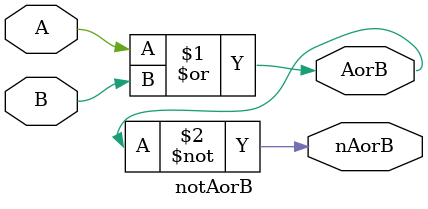
<source format=v>
module notAandnotB
(
	input A,
	input B,
	output nA,
	output nB,
	output nAandnB
);

	wire nA;
	wire nB;
	not Ainv(nA, A);
	not Binv(nB, B);
	and andgate(nAandnB, nA, nB);

endmodule


module notAandB
(
	input A,
	input B,
	output AandB,
	output nAandB
);

	wire AandB;
	and andgate(AandB, A, B);
	not AandBinv(nAandB, AandB);
endmodule


module notAornotB
(
	input A,
	input B,
	output nA,
	output nB,
	output nAorB
);
	wire nA;
	wire nB;
	not Ainv(nA, A);
	not Binv(nB, B);
	or  orgate(nAorB, nA, nB);
endmodule


module notAorB
(
	input A,
	input B,
	output AorB,
	output nAorB
);
	wire AorB;
	or  orgate(AorB, A, B);
	not AorBinv(nAorB, AorB);
endmodule



</source>
